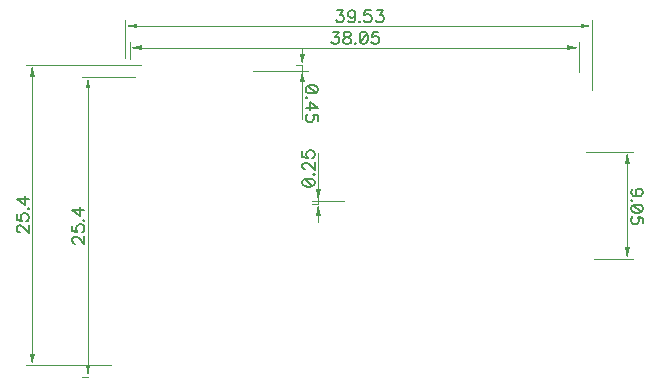
<source format=gbr>
G04 DipTrace 3.2.0.1*
G04 TopDimension.gbr*
%MOIN*%
G04 #@! TF.FileFunction,Drawing,Top*
G04 #@! TF.Part,Single*
%ADD13C,0.001378*%
%ADD56C,0.006176*%
%FSLAX26Y26*%
G04*
G70*
G90*
G75*
G01*
G04 TopDimension*
%LPD*%
X1916339Y1104232D2*
D13*
X2073819D1*
X1941929Y747933D2*
X2073819D1*
X2054134Y926083D2*
Y1064862D1*
G36*
Y1104232D2*
X2062008Y1064862D1*
X2046260D1*
X2054134Y1104232D1*
G37*
Y926083D2*
D13*
Y787303D1*
G36*
Y747933D2*
X2046260Y787303D1*
X2062008D1*
X2054134Y747933D1*
G37*
X412450Y1356201D2*
D13*
X236516D1*
X256201Y356201D2*
X236516D1*
X256201Y856201D2*
Y1316831D1*
G36*
Y1356201D2*
X264075Y1316831D1*
X248327D1*
X256201Y1356201D1*
G37*
Y856201D2*
D13*
Y395571D1*
G36*
Y356201D2*
X248327Y395571D1*
X264075D1*
X256201Y356201D1*
G37*
X381201Y1418701D2*
D13*
Y1544636D1*
X1937451Y1312451D2*
Y1544636D1*
X1159326Y1524951D2*
X420571D1*
G36*
X381201D2*
X420571Y1532825D1*
Y1517077D1*
X381201Y1524951D1*
G37*
X1159326D2*
D13*
X1898081D1*
G36*
X1937451D2*
X1898081Y1517077D1*
Y1532825D1*
X1937451Y1524951D1*
G37*
X1108268Y940945D2*
D13*
X1003937D1*
X1023622Y931102D2*
X1003937D1*
X1023622Y940945D2*
Y931102D1*
Y1000000D2*
Y980315D1*
G36*
Y940945D2*
X1015748Y980315D1*
X1031496D1*
X1023622Y940945D1*
G37*
Y872047D2*
D13*
Y891732D1*
G36*
Y931102D2*
X1031496Y891732D1*
X1015748D1*
X1023622Y931102D1*
G37*
Y1101600D2*
D13*
Y940945D1*
X395669Y1415354D2*
Y1472441D1*
X1893701Y1370079D2*
Y1472441D1*
X1144685Y1452756D2*
X435039D1*
G36*
X395669D2*
X435039Y1460630D1*
Y1444882D1*
X395669Y1452756D1*
G37*
X1144685D2*
D13*
X1854331D1*
G36*
X1893701D2*
X1854331Y1444882D1*
Y1460630D1*
X1893701Y1452756D1*
G37*
X433071Y1393701D2*
D13*
X51181D1*
X332677Y393701D2*
X51181D1*
X70866Y893701D2*
Y1354331D1*
G36*
Y1393701D2*
X78740Y1354331D1*
X62992D1*
X70866Y1393701D1*
G37*
Y893701D2*
D13*
Y433071D1*
G36*
Y393701D2*
X62992Y433071D1*
X78740D1*
X70866Y393701D1*
G37*
X805118Y1375984D2*
D13*
X990157D1*
X970472Y1393701D2*
X950787D1*
X970472D2*
Y1375984D1*
Y1452756D2*
Y1433071D1*
G36*
Y1393701D2*
X962598Y1433071D1*
X978346D1*
X970472Y1393701D1*
G37*
Y1316929D2*
D13*
Y1336614D1*
G36*
Y1375984D2*
X978346Y1336614D1*
X962598D1*
X970472Y1375984D1*
G37*
Y1213428D2*
D13*
Y1393701D1*
X2093139Y957793D2*
D56*
X2087391Y959739D1*
X2083544Y963541D1*
X2081643Y969289D1*
Y971191D1*
X2083544Y976939D1*
X2087391Y980741D1*
X2093139Y982687D1*
X2095041D1*
X2100789Y980741D1*
X2104591Y976939D1*
X2106492Y971191D1*
Y969289D1*
X2104591Y963541D1*
X2100789Y959739D1*
X2093139Y957793D1*
X2083544D1*
X2073994Y959739D1*
X2068246Y963541D1*
X2066345Y969289D1*
Y973092D1*
X2068246Y978840D1*
X2072093Y980741D1*
X2070191Y943541D2*
X2068246Y945442D1*
X2066345Y943541D1*
X2068246Y941595D1*
X2070191Y943541D1*
X2106492Y917748D2*
X2104591Y923496D1*
X2098843Y927342D1*
X2089293Y929244D1*
X2083544D1*
X2073994Y927342D1*
X2068246Y923496D1*
X2066345Y917748D1*
Y913945D1*
X2068246Y908197D1*
X2073994Y904395D1*
X2083544Y902449D1*
X2089293D1*
X2098843Y904395D1*
X2104591Y908197D1*
X2106492Y913945D1*
Y917748D1*
X2098843Y904395D2*
X2073994Y927342D1*
X2106492Y867150D2*
Y886251D1*
X2089293Y888152D1*
X2091194Y886251D1*
X2093139Y880503D1*
Y874799D1*
X2091194Y869051D1*
X2087391Y865204D1*
X2081643Y863303D1*
X2077841D1*
X2072093Y865204D1*
X2068246Y869051D1*
X2066345Y874799D1*
Y880503D1*
X2068246Y886251D1*
X2070191Y888152D1*
X2073994Y890098D1*
X213393Y799641D2*
X211492D1*
X207645Y801542D1*
X205744Y803444D1*
X203842Y807290D1*
Y814940D1*
X205744Y818742D1*
X207645Y820643D1*
X211492Y822589D1*
X215294D1*
X219141Y820643D1*
X224845Y816841D1*
X243990Y797696D1*
Y824490D1*
X203842Y859789D2*
Y840688D1*
X221042Y838787D1*
X219141Y840688D1*
X217195Y846436D1*
Y852140D1*
X219141Y857888D1*
X222943Y861735D1*
X228691Y863636D1*
X232494D1*
X238242Y861735D1*
X242089Y857888D1*
X243990Y852140D1*
Y846436D1*
X242089Y840688D1*
X240143Y838787D1*
X236341Y836842D1*
X240143Y877889D2*
X242089Y875988D1*
X243990Y877889D1*
X242089Y879834D1*
X240143Y877889D1*
X243990Y911331D2*
X203842D1*
X230593Y892186D1*
Y920882D1*
X1086996Y1577310D2*
X1107998D1*
X1096546Y1562011D1*
X1102294D1*
X1106097Y1560110D1*
X1107998Y1558209D1*
X1109944Y1552461D1*
Y1548658D1*
X1107998Y1542910D1*
X1104196Y1539063D1*
X1098448Y1537162D1*
X1092700D1*
X1086996Y1539063D1*
X1085095Y1541009D1*
X1083149Y1544812D1*
X1147189Y1563957D2*
X1145243Y1558209D1*
X1141441Y1554362D1*
X1135692Y1552461D1*
X1133791D1*
X1128043Y1554362D1*
X1124241Y1558209D1*
X1122295Y1563957D1*
Y1565858D1*
X1124241Y1571606D1*
X1128043Y1575409D1*
X1133791Y1577310D1*
X1135692D1*
X1141441Y1575409D1*
X1145243Y1571606D1*
X1147189Y1563957D1*
Y1554362D1*
X1145243Y1544812D1*
X1141441Y1539063D1*
X1135692Y1537162D1*
X1131890D1*
X1126142Y1539063D1*
X1124241Y1542910D1*
X1161441Y1541009D2*
X1159540Y1539063D1*
X1161441Y1537162D1*
X1163387Y1539063D1*
X1161441Y1541009D1*
X1198686Y1577310D2*
X1179585D1*
X1177684Y1560110D1*
X1179585Y1562011D1*
X1185333Y1563957D1*
X1191037D1*
X1196785Y1562011D1*
X1200632Y1558209D1*
X1202533Y1552461D1*
Y1548658D1*
X1200632Y1542910D1*
X1196785Y1539063D1*
X1191037Y1537162D1*
X1185333D1*
X1179585Y1539063D1*
X1177684Y1541009D1*
X1175738Y1544812D1*
X1218731Y1577310D2*
X1239733D1*
X1228282Y1562011D1*
X1234030D1*
X1237832Y1560110D1*
X1239733Y1558209D1*
X1241679Y1552461D1*
Y1548658D1*
X1239733Y1542910D1*
X1235931Y1539063D1*
X1230183Y1537162D1*
X1224435D1*
X1218731Y1539063D1*
X1216830Y1541009D1*
X1214884Y1544812D1*
X971264Y1001075D2*
X973165Y995327D1*
X978913Y991480D1*
X988463Y989579D1*
X994211D1*
X1003762Y991480D1*
X1009510Y995327D1*
X1011411Y1001075D1*
Y1004877D1*
X1009510Y1010625D1*
X1003762Y1014428D1*
X994211Y1016373D1*
X988463D1*
X978913Y1014428D1*
X973165Y1010625D1*
X971264Y1004877D1*
Y1001075D1*
X978913Y1014428D2*
X1003762Y991480D1*
X1007565Y1030626D2*
X1009510Y1028725D1*
X1011411Y1030626D1*
X1009510Y1032571D1*
X1007565Y1030626D1*
X980814Y1046868D2*
X978913D1*
X975066Y1048769D1*
X973165Y1050671D1*
X971264Y1054518D1*
Y1062167D1*
X973165Y1065969D1*
X975066Y1067871D1*
X978913Y1069816D1*
X982715D1*
X986562Y1067871D1*
X992266Y1064068D1*
X1011411Y1044923D1*
Y1071717D1*
X971264Y1107017D2*
Y1087916D1*
X988463Y1086014D1*
X986562Y1087916D1*
X984617Y1093664D1*
Y1099367D1*
X986562Y1105115D1*
X990365Y1108962D1*
X996113Y1110863D1*
X999915D1*
X1005663Y1108962D1*
X1009510Y1105115D1*
X1011411Y1099367D1*
Y1093664D1*
X1009510Y1087916D1*
X1007565Y1086014D1*
X1003762Y1084069D1*
X1071426Y1505114D2*
X1092429D1*
X1080977Y1489816D1*
X1086725D1*
X1090527Y1487915D1*
X1092429Y1486013D1*
X1094374Y1480265D1*
Y1476463D1*
X1092429Y1470715D1*
X1088626Y1466868D1*
X1082878Y1464967D1*
X1077130D1*
X1071426Y1466868D1*
X1069525Y1468813D1*
X1067579Y1472616D1*
X1116276Y1505114D2*
X1110572Y1503213D1*
X1108627Y1499411D1*
Y1495564D1*
X1110572Y1491761D1*
X1114375Y1489816D1*
X1122024Y1487915D1*
X1127772Y1486013D1*
X1131575Y1482167D1*
X1133476Y1478364D1*
Y1472616D1*
X1131575Y1468813D1*
X1129673Y1466868D1*
X1123925Y1464967D1*
X1116276D1*
X1110572Y1466868D1*
X1108627Y1468813D1*
X1106726Y1472616D1*
Y1478364D1*
X1108627Y1482167D1*
X1112474Y1486013D1*
X1118177Y1487915D1*
X1125827Y1489816D1*
X1129673Y1491761D1*
X1131575Y1495564D1*
Y1499411D1*
X1129673Y1503213D1*
X1123925Y1505114D1*
X1116276D1*
X1147729Y1468813D2*
X1145827Y1466868D1*
X1147729Y1464967D1*
X1149674Y1466868D1*
X1147729Y1468813D1*
X1173522Y1505114D2*
X1167774Y1503213D1*
X1163927Y1497465D1*
X1162026Y1487915D1*
Y1482167D1*
X1163927Y1472616D1*
X1167774Y1466868D1*
X1173522Y1464967D1*
X1177324D1*
X1183072Y1466868D1*
X1186875Y1472616D1*
X1188820Y1482167D1*
Y1487915D1*
X1186875Y1497465D1*
X1183072Y1503213D1*
X1177324Y1505114D1*
X1173522D1*
X1186875Y1497465D2*
X1163927Y1472616D1*
X1224120Y1505114D2*
X1205018D1*
X1203117Y1487915D1*
X1205018Y1489816D1*
X1210766Y1491761D1*
X1216470D1*
X1222218Y1489816D1*
X1226065Y1486013D1*
X1227966Y1480265D1*
Y1476463D1*
X1226065Y1470715D1*
X1222218Y1466868D1*
X1216470Y1464967D1*
X1210766D1*
X1205018Y1466868D1*
X1203117Y1468813D1*
X1201172Y1472616D1*
X28058Y837141D2*
X26157D1*
X22310Y839042D1*
X20409Y840944D1*
X18508Y844790D1*
Y852440D1*
X20409Y856242D1*
X22310Y858143D1*
X26157Y860089D1*
X29959D1*
X33806Y858143D1*
X39510Y854341D1*
X58655Y835196D1*
Y861990D1*
X18508Y897289D2*
Y878188D1*
X35707Y876287D1*
X33806Y878188D1*
X31861Y883936D1*
Y889640D1*
X33806Y895388D1*
X37609Y899235D1*
X43357Y901136D1*
X47159D1*
X52907Y899235D1*
X56754Y895388D1*
X58655Y889640D1*
Y883936D1*
X56754Y878188D1*
X54809Y876287D1*
X51006Y874342D1*
X54809Y915389D2*
X56754Y913488D1*
X58655Y915389D1*
X56754Y917334D1*
X54809Y915389D1*
X58655Y948831D2*
X18508D1*
X45258Y929686D1*
Y958382D1*
X1022831Y1315855D2*
X1020930Y1321603D1*
X1015182Y1325449D1*
X1005631Y1327351D1*
X999883D1*
X990333Y1325449D1*
X984584Y1321603D1*
X982683Y1315855D1*
Y1312052D1*
X984584Y1306304D1*
X990333Y1302501D1*
X999883Y1300556D1*
X1005631D1*
X1015182Y1302501D1*
X1020930Y1306304D1*
X1022831Y1312052D1*
Y1315855D1*
X1015182Y1302501D2*
X990333Y1325449D1*
X986530Y1286303D2*
X984584Y1288205D1*
X982683Y1286303D1*
X984584Y1284358D1*
X986530Y1286303D1*
X982683Y1252861D2*
X1022831D1*
X996081Y1272006D1*
Y1243310D1*
X1022831Y1208011D2*
Y1227112D1*
X1005631Y1229014D1*
X1007532Y1227112D1*
X1009478Y1221364D1*
Y1215660D1*
X1007532Y1209912D1*
X1003730Y1206066D1*
X997982Y1204164D1*
X994179D1*
X988431Y1206066D1*
X984584Y1209912D1*
X982683Y1215660D1*
Y1221364D1*
X984584Y1227112D1*
X986530Y1229014D1*
X990333Y1230959D1*
M02*

</source>
